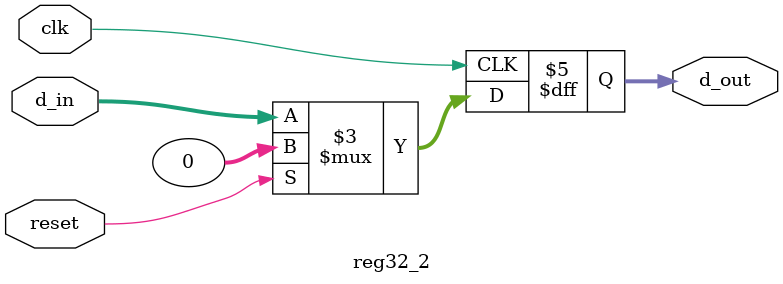
<source format=v>
module reg32_2 (clk, reset, d_in, d_out);
    input       	clk, reset;
    input	[31:0]	d_in;
    output 	[31:0] 	d_out;
    reg 	[31:0]	 d_out;
    always @(posedge clk)
    begin
        if (reset) d_out <= 0;
        else d_out <= d_in;
    end
endmodule
</source>
